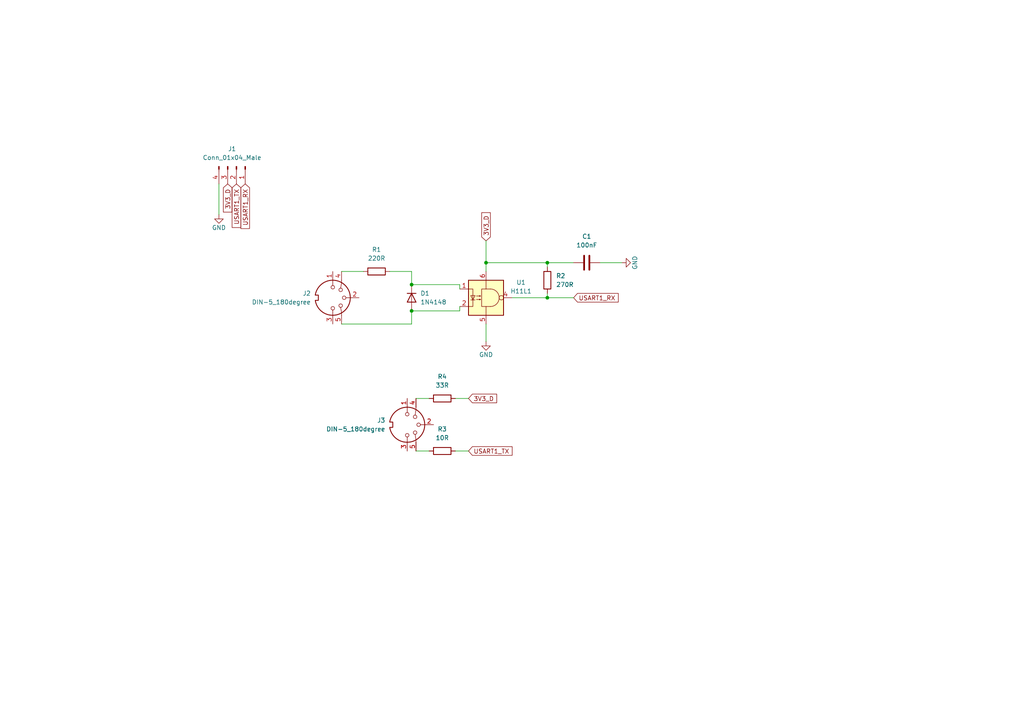
<source format=kicad_sch>
(kicad_sch (version 20211123) (generator eeschema)
  (paper "A4")
  (lib_symbols
    (symbol "Connector:Conn_01x04_Male" (pin_names (offset 1.016) hide)
      (property "Reference" "J" (at 0 5.08 0))
      (property "Value" "Conn_01x04_Male" (at 0 -7.62 0))
      (symbol "Conn_01x04_Male_1_1"
        (polyline (pts (xy 1.27 -5.08) (xy 0.8636 -5.08)) (stroke (width 0.1524)))
        (polyline (pts (xy 1.27 -2.54) (xy 0.8636 -2.54)) (stroke (width 0.1524)))
        (polyline (pts (xy 1.27 0) (xy 0.8636 0)) (stroke (width 0.1524)))
        (polyline (pts (xy 1.27 2.54) (xy 0.8636 2.54)) (stroke (width 0.1524)))
        (rectangle (start 0.8636 -4.953) (end 0 -5.207) (stroke (width 0.1524)) (fill (type outline)))
        (rectangle (start 0.8636 -2.413) (end 0 -2.667) (stroke (width 0.1524)) (fill (type outline)))
        (rectangle (start 0.8636 0.127) (end 0 -0.127) (stroke (width 0.1524)) (fill (type outline)))
        (rectangle (start 0.8636 2.667) (end 0 2.413) (stroke (width 0.1524)) (fill (type outline)))
        (pin passive line (at 5.08 2.54 180) (length 3.81) (name "Pin_1") (number "1"))
        (pin passive line (at 5.08 0 180) (length 3.81) (name "Pin_2") (number "2"))
        (pin passive line (at 5.08 -2.54 180) (length 3.81) (name "Pin_3") (number "3"))
        (pin passive line (at 5.08 -5.08 180) (length 3.81) (name "Pin_4") (number "4"))
      )
    )
    (symbol "Connector:DIN-5_180degree" (pin_names (offset 1.016))
      (property "Reference" "J" (at 3.175 5.715 0))
      (property "Value" "DIN-5_180degree" (at 0 -6.35 0))
      (symbol "DIN-5_180degree_0_1"
        (arc (start -5.08 0) (mid -3.8597 -3.3379) (end -0.762 -5.08) (stroke (width 0.254)))
        (circle (center -3.048 0) (radius 0.508))
        (circle (center -2.286 2.286) (radius 0.508))
        (polyline (pts (xy -5.08 0) (xy -3.556 0)))
        (polyline (pts (xy 0 5.08) (xy 0 3.81)))
        (polyline (pts (xy 5.08 0) (xy 3.556 0)))
        (polyline (pts (xy -5.08 2.54) (xy -4.318 2.54) (xy -2.794 2.286)))
        (polyline (pts (xy 5.08 2.54) (xy 4.318 2.54) (xy 2.794 2.286)))
        (polyline (pts (xy -0.762 -4.953) (xy -0.762 -4.191) (xy 0.762 -4.191) (xy 0.762 -4.953)) (stroke (width 0.254)))
        (circle (center 0 3.302) (radius 0.508))
        (arc (start 0.762 -5.08) (mid 3.8673 -3.3444) (end 5.08 0) (stroke (width 0.254)))
        (circle (center 2.286 2.286) (radius 0.508))
        (circle (center 3.048 0) (radius 0.508))
        (arc (start 5.08 0) (mid 0 5.08) (end -5.08 0) (stroke (width 0.254)))
      )
      (symbol "DIN-5_180degree_1_1"
        (pin passive line (at -7.62 0 0) (length 2.54) (name "~") (number "1"))
        (pin passive line (at 0 7.62 270) (length 2.54) (name "~") (number "2"))
        (pin passive line (at 7.62 0 180) (length 2.54) (name "~") (number "3"))
        (pin passive line (at -7.62 2.54 0) (length 2.54) (name "~") (number "4"))
        (pin passive line (at 7.62 2.54 180) (length 2.54) (name "~") (number "5"))
      )
    )
    (symbol "Device:C" (pin_numbers hide) (pin_names (offset 0.254))
      (property "Reference" "C" (at 0.635 2.54 0))
      (property "Value" "C" (at 0.635 -2.54 0))
      (symbol "C_0_1"
        (polyline (pts (xy -2.032 -0.762) (xy 2.032 -0.762)) (stroke (width 0.508)))
        (polyline (pts (xy -2.032 0.762) (xy 2.032 0.762)) (stroke (width 0.508)))
      )
      (symbol "C_1_1"
        (pin passive line (at 0 3.81 270) (length 2.794) (name "~") (number "1"))
        (pin passive line (at 0 -3.81 90) (length 2.794) (name "~") (number "2"))
      )
    )
    (symbol "Device:R" (pin_numbers hide) (pin_names (offset 0))
      (property "Reference" "R" (at 2.032 0 90))
      (property "Value" "R" (at 0 0 90))
      (symbol "R_0_1"
        (rectangle (start -1.016 -2.54) (end 1.016 2.54) (stroke (width 0.254)))
      )
      (symbol "R_1_1"
        (pin passive line (at 0 3.81 270) (length 1.27) (name "~") (number "1"))
        (pin passive line (at 0 -3.81 90) (length 1.27) (name "~") (number "2"))
      )
    )
    (symbol "Diode:1N4148" (pin_numbers hide) (pin_names (offset 1.016) hide)
      (property "Reference" "D" (at 0 2.54 0))
      (property "Value" "1N4148" (at 0 -2.54 0))
      (symbol "1N4148_0_1"
        (polyline (pts (xy -1.27 1.27) (xy -1.27 -1.27)) (stroke (width 0.254)))
        (polyline (pts (xy 1.27 0) (xy -1.27 0)))
        (polyline (pts (xy 1.27 1.27) (xy 1.27 -1.27) (xy -1.27 0) (xy 1.27 1.27)) (stroke (width 0.254)))
      )
      (symbol "1N4148_1_1"
        (pin passive line (at -3.81 0 0) (length 2.54) (name "K") (number "1"))
        (pin passive line (at 3.81 0 180) (length 2.54) (name "A") (number "2"))
      )
    )
    (symbol "Isolator:H11L1" (pin_names (offset 1.016))
      (property "Reference" "U" (at 1.27 8.89 0))
      (property "Value" "H11L1" (at 1.27 6.35 0))
      (symbol "H11L1_0_1"
        (rectangle (start -5.08 5.08) (end 5.08 -5.08) (stroke (width 0.254)) (fill (type background)))
        (polyline (pts (xy -4.445 -0.635) (xy -3.175 -0.635)))
        (polyline (pts (xy 0 2.54) (xy 0 5.08)))
        (polyline (pts (xy 0 -2.54) (xy 0 -5.08) (xy 0 -3.81)))
        (polyline (pts (xy -5.08 -2.54) (xy -3.81 -2.54) (xy -3.81 2.54) (xy -5.08 2.54)))
        (polyline (pts (xy -3.81 -0.635) (xy -4.445 0.635) (xy -3.175 0.635) (xy -3.81 -0.635)))
        (polyline (pts (xy 1.27 -2.54) (xy -1.27 -2.54) (xy -1.27 2.54) (xy 1.27 2.54)))
        (polyline (pts (xy -2.794 -0.508) (xy -1.524 -0.508) (xy -1.905 -0.635) (xy -1.905 -0.381) (xy -1.524 -0.508)))
        (polyline (pts (xy -2.794 0.508) (xy -1.524 0.508) (xy -1.905 0.381) (xy -1.905 0.635) (xy -1.524 0.508)))
        (arc (start 1.27 -2.54) (mid 3.81 0) (end 1.27 2.54))
      )
      (symbol "H11L1_1_1"
        (pin passive line (at -7.62 2.54 0) (length 2.54) (name "~") (number "1"))
        (pin passive line (at -7.62 -2.54 0) (length 2.54) (name "~") (number "2"))
        (pin no_connect line (at -5.08 0 0) (length 2.54) hide (name "~") (number "3"))
        (pin output inverted (at 7.62 0 180) (length 3.81) (name "~") (number "4"))
        (pin power_in line (at 0 -7.62 90) (length 2.54) (name "~") (number "5"))
        (pin power_in line (at 0 7.62 270) (length 2.54) (name "~") (number "6"))
      )
    )
    (symbol "power:GND" (power) (pin_names (offset 0))
      (property "Value" "GND" (at 0 -3.81 0))
      (symbol "GND_0_1"
        (polyline (pts (xy 0 0) (xy 0 -1.27) (xy 1.27 -1.27) (xy 0 -2.54) (xy -1.27 -1.27) (xy 0 -1.27)))
      )
      (symbol "GND_1_1"
        (pin power_in line (at 0 0 270) (length 0) hide (name "GND") (number "1"))
      )
    )
  )
  (junction (at 119.38 82.55))
  (junction (at 158.75 86.36))
  (junction (at 158.75 76.2))
  (junction (at 119.38 90.17))
  (junction (at 140.97 76.2))
  (wire (pts (xy 140.97 76.2) (xy 158.75 76.2)))
  (wire (pts (xy 133.35 90.17) (xy 119.38 90.17)))
  (wire (pts (xy 140.97 93.98) (xy 140.97 99.06)))
  (wire (pts (xy 158.75 76.2) (xy 166.37 76.2)))
  (wire (pts (xy 158.75 85.09) (xy 158.75 86.36)))
  (wire (pts (xy 124.46 130.81) (xy 120.65 130.81)))
  (wire (pts (xy 119.38 78.74) (xy 119.38 82.55)))
  (wire (pts (xy 132.08 130.81) (xy 135.89 130.81)))
  (wire (pts (xy 158.75 77.47) (xy 158.75 76.2)))
  (wire (pts (xy 148.59 86.36) (xy 158.75 86.36)))
  (wire (pts (xy 119.38 93.98) (xy 119.38 90.17)))
  (wire (pts (xy 133.35 88.9) (xy 133.35 90.17)))
  (wire (pts (xy 158.75 86.36) (xy 166.37 86.36)))
  (wire (pts (xy 63.5 53.34) (xy 63.5 62.23)))
  (wire (pts (xy 132.08 115.57) (xy 135.89 115.57)))
  (wire (pts (xy 180.34 76.2) (xy 173.99 76.2)))
  (wire (pts (xy 133.35 83.82) (xy 133.35 82.55)))
  (wire (pts (xy 140.97 76.2) (xy 140.97 78.74)))
  (wire (pts (xy 140.97 69.85) (xy 140.97 76.2)))
  (wire (pts (xy 120.65 115.57) (xy 124.46 115.57)))
  (wire (pts (xy 99.06 93.98) (xy 119.38 93.98)))
  (wire (pts (xy 99.06 78.74) (xy 105.41 78.74)))
  (wire (pts (xy 113.03 78.74) (xy 119.38 78.74)))
  (wire (pts (xy 133.35 82.55) (xy 119.38 82.55)))
  (global_label "USART1_TX" (shape input) (at 135.89 130.81 0) (property "Intersheet References" "${INTERSHEET_REFS}" (effects hide)))
  (global_label "USART1_RX" (shape input) (at 166.37 86.36 0) (property "Intersheet References" "${INTERSHEET_REFS}" (effects hide)))
  (global_label "3V3_D" (shape input) (at 66.04 53.34 270) (property "Intersheet References" "${INTERSHEET_REFS}" (effects hide)))
  (global_label "3V3_D" (shape input) (at 135.89 115.57 0) (property "Intersheet References" "${INTERSHEET_REFS}" (effects hide)))
  (global_label "3V3_D" (shape input) (at 140.97 69.85 90) (property "Intersheet References" "${INTERSHEET_REFS}" (effects hide)))
  (global_label "USART1_RX" (shape input) (at 71.12 53.34 270) (property "Intersheet References" "${INTERSHEET_REFS}" (effects hide)))
  (global_label "USART1_TX" (shape input) (at 68.58 53.34 270) (property "Intersheet References" "${INTERSHEET_REFS}" (effects hide)))
  (symbol (lib_id "Device:C") (at 170.18 76.2 90) (unit 1)
    (property "Reference" "C1" (at 170.18 68.58 90))
    (property "Value" "100nF" (at 170.18 71.12 90))
    (property "Footprint" "Capacitor_THT:C_Disc_D5.0mm_W2.5mm_P2.50mm" (effects hide))
  )
  (symbol (lib_id "Connector:Conn_01x04_Male") (at 68.58 48.26 270) (unit 1)
    (property "Reference" "J1" (at 67.31 43.18 90))
    (property "Value" "Conn_01x04_Male" (at 67.31 45.72 90))
    (property "Footprint" "Connector_PinSocket_2.54mm:PinSocket_1x04_P2.54mm_Vertical" (effects hide))
  )
  (symbol (lib_id "Connector:DIN-5_180degree") (at 96.52 86.36 270) (unit 1)
    (property "Reference" "J2" (at 90.17 85.09 90) (effects (justify right)))
    (property "Value" "DIN-5_180degree" (at 90.17 87.63 90) (effects (justify right)))
    (property "Footprint" "Eurocad.pretty:MIDI_DIN5" (effects hide))
    (property "Datasheet" "http://www.mouser.com/ds/2/18/40_c091_abd_e-75918.pdf" (effects hide))
  )
  (symbol (lib_id "Connector:DIN-5_180degree") (at 118.11 123.19 270) (unit 1)
    (property "Reference" "J3" (at 111.76 121.92 90) (effects (justify right)))
    (property "Value" "DIN-5_180degree" (at 111.76 124.46 90) (effects (justify right)))
    (property "Footprint" "Eurocad.pretty:MIDI_DIN5" (effects hide))
    (property "Datasheet" "http://www.mouser.com/ds/2/18/40_c091_abd_e-75918.pdf" (effects hide))
  )
  (symbol (lib_id "Device:R") (at 158.75 81.28 0) (unit 1)
    (property "Reference" "R2" (at 161.29 80.0099 0) (effects (justify left)))
    (property "Value" "270R" (at 161.29 82.5499 0) (effects (justify left)))
    (property "Footprint" "Resistor_THT:R_Axial_DIN0207_L6.3mm_D2.5mm_P10.16mm_Horizontal" (effects hide))
  )
  (symbol (lib_id "power:GND") (at 180.34 76.2 90) (unit 1)
    (property "Reference" "#PWR0102" (effects hide))
    (property "Value" "GND" (at 184.15 76.2 0))
  )
  (symbol (lib_id "Device:R") (at 128.27 115.57 270) (unit 1)
    (property "Reference" "R4" (at 128.27 109.22 90))
    (property "Value" "33R" (at 128.27 111.76 90))
    (property "Footprint" "Resistor_THT:R_Axial_DIN0207_L6.3mm_D2.5mm_P10.16mm_Horizontal" (effects hide))
  )
  (symbol (lib_id "Isolator:H11L1") (at 140.97 86.36 0) (unit 1)
    (property "Reference" "U1" (at 151.13 81.915 0))
    (property "Value" "H11L1" (at 151.13 84.455 0))
    (property "Footprint" "Package_DIP:DIP-6_W7.62mm_Socket" (effects hide))
    (property "Datasheet" "https://www.onsemi.com/pub/Collateral/H11L3M-D.PDF" (effects hide))
  )
  (symbol (lib_id "Diode:1N4148") (at 119.38 86.36 270) (unit 1)
    (property "Reference" "D1" (at 121.92 85.0899 90) (effects (justify left)))
    (property "Value" "1N4148" (at 121.92 87.6299 90) (effects (justify left)))
    (property "Footprint" "Diode_THT:D_DO-35_SOD27_P10.16mm_Horizontal" (effects hide))
    (property "Datasheet" "https://assets.nexperia.com/documents/data-sheet/1N4148_1N4448.pdf" (effects hide))
  )
  (symbol (lib_id "power:GND") (at 140.97 99.06 0) (unit 1)
    (property "Reference" "#PWR0101" (effects hide))
    (property "Value" "GND" (at 140.97 102.87 0))
  )
  (symbol (lib_id "Device:R") (at 109.22 78.74 270) (unit 1)
    (property "Reference" "R1" (at 109.22 72.39 90))
    (property "Value" "220R" (at 109.22 74.93 90))
    (property "Footprint" "Resistor_THT:R_Axial_DIN0207_L6.3mm_D2.5mm_P10.16mm_Horizontal" (effects hide))
  )
  (symbol (lib_id "power:GND") (at 63.5 62.23 0) (mirror y) (unit 1)
    (property "Reference" "#PWR0103" (effects hide))
    (property "Value" "GND" (at 63.5 66.04 0))
  )
  (symbol (lib_id "Device:R") (at 128.27 130.81 270) (unit 1)
    (property "Reference" "R3" (at 128.27 124.46 90))
    (property "Value" "10R" (at 128.27 127 90))
    (property "Footprint" "Resistor_THT:R_Axial_DIN0207_L6.3mm_D2.5mm_P10.16mm_Horizontal" (effects hide))
  )
)
</source>
